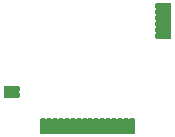
<source format=gbs>
G04 DipTrace 3.3.1.1*
G04 BottomMask.gbs*
%MOMM*%
G04 #@! TF.FileFunction,Soldermask,Bot*
G04 #@! TF.Part,Single*
%ADD26R,0.57X1.2*%
%ADD28R,1.2X0.57*%
%ADD32C,0.57*%
%FSLAX35Y35*%
G04*
G71*
G90*
G75*
G01*
G04 BotMask*
%LPD*%
D32*
X2150000Y3935000D3*
Y3885000D3*
X2370250Y3663750D3*
X2420250D3*
X2470250D3*
X2520250D3*
X2570250D3*
X2620250D3*
X2670250Y3663777D3*
X2720250Y3663750D3*
X2770250D3*
X2820250D3*
X2870250D3*
X2920250Y3663777D3*
X2970250Y3663750D3*
X3020250D3*
X3070250D3*
X3120250D3*
X3339000Y4385000D3*
Y4435000D3*
Y4485000D3*
Y4535000D3*
Y4585000D3*
Y4635000D3*
D28*
X2100000Y3935000D3*
Y3885000D3*
D26*
X2370003Y3615000D3*
X2420003D3*
X2470003D3*
X2520003D3*
X2570003D3*
X2620003D3*
X2670003D3*
X2720003D3*
X2770003D3*
X2820003D3*
X2870003D3*
X2920003D3*
X2970003D3*
X3020003D3*
X3070003D3*
X3120003D3*
D28*
X3390007Y4385000D3*
Y4435000D3*
Y4485000D3*
Y4535000D3*
Y4585000D3*
Y4635000D3*
M02*

</source>
